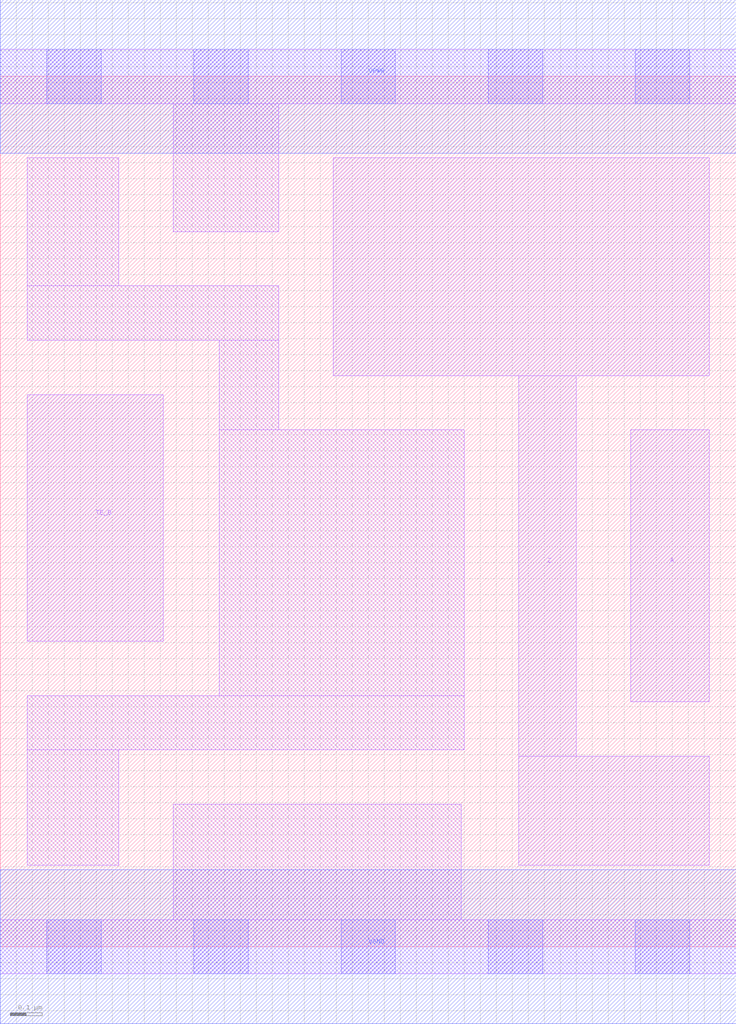
<source format=lef>
# Copyright 2020 The SkyWater PDK Authors
#
# Licensed under the Apache License, Version 2.0 (the "License");
# you may not use this file except in compliance with the License.
# You may obtain a copy of the License at
#
#     https://www.apache.org/licenses/LICENSE-2.0
#
# Unless required by applicable law or agreed to in writing, software
# distributed under the License is distributed on an "AS IS" BASIS,
# WITHOUT WARRANTIES OR CONDITIONS OF ANY KIND, either express or implied.
# See the License for the specific language governing permissions and
# limitations under the License.
#
# SPDX-License-Identifier: Apache-2.0

VERSION 5.7 ;
  NAMESCASESENSITIVE ON ;
  NOWIREEXTENSIONATPIN ON ;
  DIVIDERCHAR "/" ;
  BUSBITCHARS "[]" ;
UNITS
  DATABASE MICRONS 200 ;
END UNITS
MACRO sky130_fd_sc_hd__einvn_1
  CLASS CORE ;
  FOREIGN sky130_fd_sc_hd__einvn_1 ;
  ORIGIN  0.000000  0.000000 ;
  SIZE  2.300000 BY  2.720000 ;
  SYMMETRY X Y R90 ;
  SITE unithd ;
  PIN A
    ANTENNAGATEAREA  0.247500 ;
    DIRECTION INPUT ;
    USE SIGNAL ;
    PORT
      LAYER li1 ;
        RECT 1.970000 0.765000 2.215000 1.615000 ;
    END
  END A
  PIN TE_B
    ANTENNAGATEAREA  0.309000 ;
    DIRECTION INPUT ;
    USE SIGNAL ;
    PORT
      LAYER li1 ;
        RECT 0.085000 0.955000 0.510000 1.725000 ;
    END
  END TE_B
  PIN Z
    ANTENNADIFFAREA  0.429000 ;
    DIRECTION OUTPUT ;
    USE SIGNAL ;
    PORT
      LAYER li1 ;
        RECT 1.040000 1.785000 2.215000 2.465000 ;
        RECT 1.620000 0.255000 2.215000 0.595000 ;
        RECT 1.620000 0.595000 1.800000 1.785000 ;
    END
  END Z
  PIN VGND
    DIRECTION INOUT ;
    SHAPE ABUTMENT ;
    USE GROUND ;
    PORT
      LAYER met1 ;
        RECT 0.000000 -0.240000 2.300000 0.240000 ;
    END
  END VGND
  PIN VPWR
    DIRECTION INOUT ;
    SHAPE ABUTMENT ;
    USE POWER ;
    PORT
      LAYER met1 ;
        RECT 0.000000 2.480000 2.300000 2.960000 ;
    END
  END VPWR
  OBS
    LAYER li1 ;
      RECT 0.000000 -0.085000 2.300000 0.085000 ;
      RECT 0.000000  2.635000 2.300000 2.805000 ;
      RECT 0.085000  0.255000 0.370000 0.615000 ;
      RECT 0.085000  0.615000 1.450000 0.785000 ;
      RECT 0.085000  1.895000 0.870000 2.065000 ;
      RECT 0.085000  2.065000 0.370000 2.465000 ;
      RECT 0.540000  0.085000 1.440000 0.445000 ;
      RECT 0.540000  2.235000 0.870000 2.635000 ;
      RECT 0.685000  0.785000 1.450000 1.615000 ;
      RECT 0.685000  1.615000 0.870000 1.895000 ;
    LAYER mcon ;
      RECT 0.145000 -0.085000 0.315000 0.085000 ;
      RECT 0.145000  2.635000 0.315000 2.805000 ;
      RECT 0.605000 -0.085000 0.775000 0.085000 ;
      RECT 0.605000  2.635000 0.775000 2.805000 ;
      RECT 1.065000 -0.085000 1.235000 0.085000 ;
      RECT 1.065000  2.635000 1.235000 2.805000 ;
      RECT 1.525000 -0.085000 1.695000 0.085000 ;
      RECT 1.525000  2.635000 1.695000 2.805000 ;
      RECT 1.985000 -0.085000 2.155000 0.085000 ;
      RECT 1.985000  2.635000 2.155000 2.805000 ;
  END
END sky130_fd_sc_hd__einvn_1
END LIBRARY

</source>
